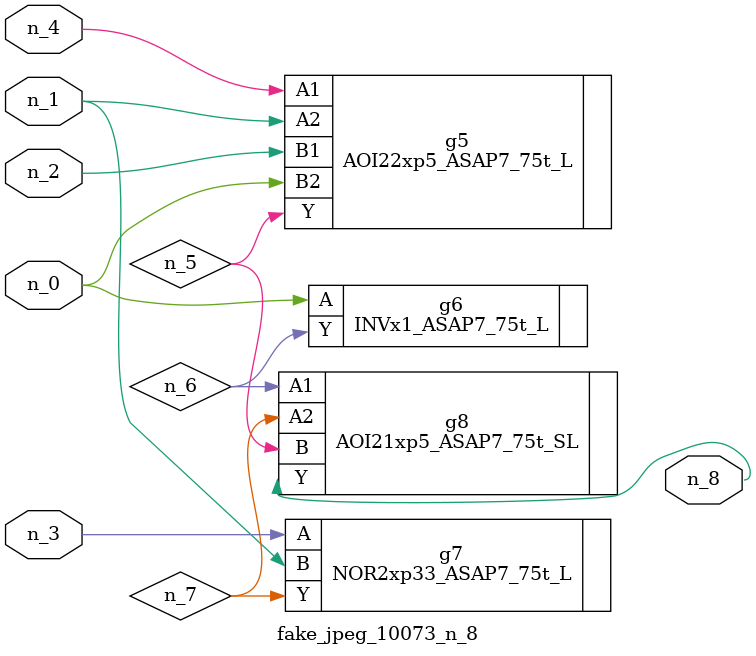
<source format=v>
module fake_jpeg_10073_n_8 (n_3, n_2, n_1, n_0, n_4, n_8);

input n_3;
input n_2;
input n_1;
input n_0;
input n_4;

output n_8;

wire n_6;
wire n_5;
wire n_7;

AOI22xp5_ASAP7_75t_L g5 ( 
.A1(n_4),
.A2(n_1),
.B1(n_2),
.B2(n_0),
.Y(n_5)
);

INVx1_ASAP7_75t_L g6 ( 
.A(n_0),
.Y(n_6)
);

NOR2xp33_ASAP7_75t_L g7 ( 
.A(n_3),
.B(n_1),
.Y(n_7)
);

AOI21xp5_ASAP7_75t_SL g8 ( 
.A1(n_6),
.A2(n_7),
.B(n_5),
.Y(n_8)
);


endmodule
</source>
